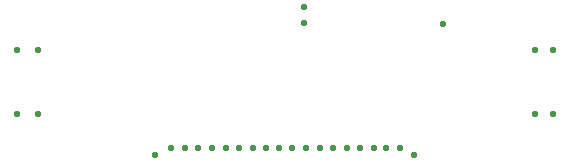
<source format=gbr>
%TF.GenerationSoftware,KiCad,Pcbnew,8.0.7-rc1-202412020537~5dd4718db0~ubuntu22.04.1*%
%TF.CreationDate,2025-02-21T12:43:02+01:00*%
%TF.ProjectId,si-simulation-test-board,44494646-5f50-44e2-9e6b-696361645f70,1.0.1*%
%TF.SameCoordinates,Original*%
%TF.FileFunction,Copper,L4,Bot*%
%TF.FilePolarity,Positive*%
%FSLAX46Y46*%
G04 Gerber Fmt 4.6, Leading zero omitted, Abs format (unit mm)*
G04 Created by KiCad (PCBNEW 8.0.7-rc1-202412020537~5dd4718db0~ubuntu22.04.1) date 2025-02-21 12:43:02*
%MOMM*%
%LPD*%
G01*
G04 APERTURE LIST*
%TA.AperFunction,ViaPad*%
%ADD10C,0.550000*%
%TD*%
G04 APERTURE END LIST*
D10*
%TO.N,GND*%
X140200000Y-114350000D03*
X121960000Y-117215000D03*
X108000000Y-117815000D03*
X126560000Y-117215000D03*
X118500000Y-117215000D03*
X127600000Y-117215000D03*
X140200000Y-108900000D03*
X141725000Y-114375000D03*
X129973654Y-117788654D03*
X115160000Y-117215000D03*
X119660000Y-117215000D03*
X123100000Y-117215000D03*
X114000000Y-117215000D03*
X98100000Y-114368973D03*
X132381000Y-106768000D03*
X116300000Y-117215000D03*
X125400000Y-117215000D03*
X120616000Y-105327000D03*
X124260000Y-117215000D03*
X112860000Y-117215000D03*
X98100000Y-108975000D03*
X120621000Y-106658000D03*
X117460000Y-117215000D03*
X96325000Y-108975000D03*
X110560000Y-117215000D03*
X96325000Y-114368973D03*
X109400000Y-117215000D03*
X128760000Y-117215000D03*
X141725000Y-108925000D03*
X120800000Y-117215000D03*
X111700000Y-117215000D03*
%TD*%
M02*

</source>
